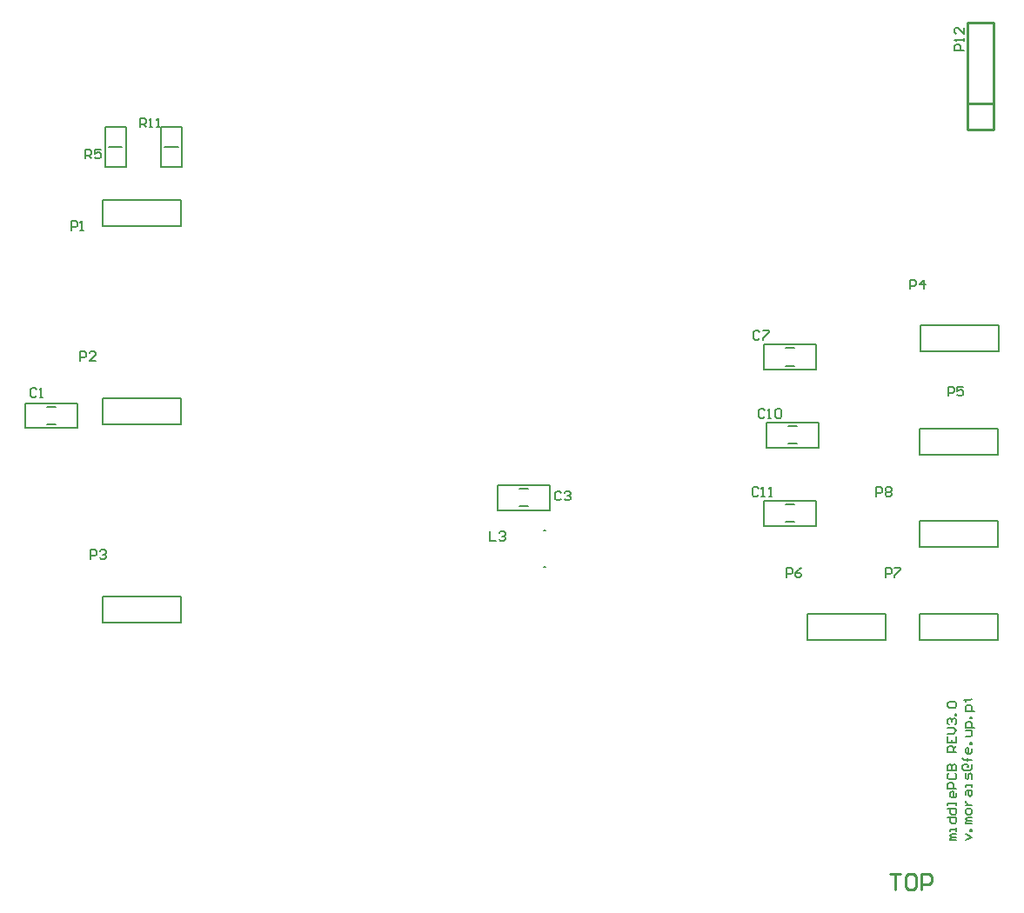
<source format=gbr>
G04 Layer_Color=65535*
%FSLAX25Y25*%
%MOIN*%
%TF.FileFunction,Legend,Top*%
%TF.Part,Single*%
G01*
G75*
%TA.AperFunction,NonConductor*%
%ADD51C,0.01000*%
%ADD52C,0.00787*%
%ADD53C,0.00500*%
%ADD55C,0.00700*%
D51*
X376600Y271300D02*
X381600D01*
X376600D02*
Y281300D01*
X386600D02*
Y312300D01*
X376600D02*
X386600D01*
X376600Y281300D02*
Y312300D01*
Y281300D02*
X386600D01*
Y271300D02*
Y281300D01*
X381600Y271300D02*
X386600D01*
X346973Y-14076D02*
X350972D01*
X348973D01*
Y-20074D01*
X355970Y-14076D02*
X353971D01*
X352971Y-15076D01*
Y-19074D01*
X353971Y-20074D01*
X355970D01*
X356970Y-19074D01*
Y-15076D01*
X355970Y-14076D01*
X358969Y-20074D02*
Y-14076D01*
X361968D01*
X362968Y-15076D01*
Y-17075D01*
X361968Y-18075D01*
X358969D01*
D52*
X24025Y158454D02*
X27175D01*
X24025Y165146D02*
X27175D01*
X205025Y126953D02*
X208175D01*
X205025Y133647D02*
X208175D01*
X307025Y187615D02*
X310175D01*
X307025Y180922D02*
X310175D01*
X308025Y157647D02*
X311175D01*
X308025Y150953D02*
X311175D01*
X307025Y127647D02*
X310175D01*
X307025Y120954D02*
X310175D01*
X214403Y103772D02*
X214797D01*
X214403Y117828D02*
X214797D01*
X75100Y234300D02*
Y244300D01*
X45100Y234300D02*
X75100D01*
X45100D02*
Y244300D01*
X75100D01*
Y158350D02*
Y168350D01*
X45100Y158350D02*
X75100D01*
X45100D02*
Y168350D01*
X75100D01*
Y82400D02*
Y92400D01*
X45100Y82400D02*
X75100D01*
X45100D02*
Y92400D01*
X75100D01*
X388700Y186300D02*
Y196300D01*
X358700Y186300D02*
X388700D01*
X358700D02*
Y196300D01*
X388700D01*
X358100Y146800D02*
Y156800D01*
X388100D01*
Y146800D02*
Y156800D01*
X358100Y146800D02*
X388100D01*
X345100Y75800D02*
Y85800D01*
X315100Y75800D02*
X345100D01*
X315100D02*
Y85800D01*
X345100D01*
X388100Y75800D02*
Y85800D01*
X358100Y75800D02*
X388100D01*
X358100D02*
Y85800D01*
X388100D01*
Y111341D02*
Y121341D01*
X358100Y111341D02*
X388100D01*
X358100D02*
Y121341D01*
X388100D01*
X47541Y264800D02*
X52659D01*
X69041D02*
X74159D01*
D53*
X15502Y157017D02*
Y166583D01*
X35698D01*
Y157017D02*
Y166583D01*
X15502Y157017D02*
X35698D01*
X196502Y125516D02*
Y135083D01*
X216698D01*
Y125516D02*
Y135083D01*
X196502Y125516D02*
X216698D01*
X318698Y179485D02*
Y189052D01*
X298502Y179485D02*
X318698D01*
X298502D02*
Y189052D01*
X318698D01*
X319698Y149516D02*
Y159083D01*
X299502Y149516D02*
X319698D01*
X299502D02*
Y159083D01*
X319698D01*
X318698Y119517D02*
Y129084D01*
X298502Y119517D02*
X318698D01*
X298502D02*
Y129084D01*
X318698D01*
X46104Y272536D02*
X54096D01*
X46104Y257064D02*
Y272536D01*
Y257064D02*
X54096D01*
Y272536D01*
X67604D02*
X75596D01*
X67604Y257064D02*
Y272536D01*
Y257064D02*
X75596D01*
Y272536D01*
D55*
X372355Y-1000D02*
X370023D01*
Y-417D01*
X370606Y166D01*
X372355D01*
X370606D01*
X370023Y749D01*
X370606Y1333D01*
X372355D01*
Y2499D02*
Y3665D01*
Y3082D01*
X370023D01*
Y2499D01*
X368856Y7747D02*
X372355D01*
Y5998D01*
X371772Y5415D01*
X370606D01*
X370023Y5998D01*
Y7747D01*
X368856Y11246D02*
X372355D01*
Y9497D01*
X371772Y8913D01*
X370606D01*
X370023Y9497D01*
Y11246D01*
X372355Y12412D02*
Y13579D01*
Y12995D01*
X368856D01*
Y12412D01*
X372355Y17077D02*
Y15911D01*
X371772Y15328D01*
X370606D01*
X370023Y15911D01*
Y17077D01*
X370606Y17661D01*
X371189D01*
Y15328D01*
X372355Y18827D02*
X368856D01*
Y20576D01*
X369439Y21159D01*
X370606D01*
X371189Y20576D01*
Y18827D01*
X369439Y24658D02*
X368856Y24075D01*
Y22909D01*
X369439Y22326D01*
X371772D01*
X372355Y22909D01*
Y24075D01*
X371772Y24658D01*
X368856Y25825D02*
X372355D01*
Y27574D01*
X371772Y28157D01*
X371189D01*
X370606Y27574D01*
Y25825D01*
Y27574D01*
X370023Y28157D01*
X369439D01*
X368856Y27574D01*
Y25825D01*
X372355Y32822D02*
X368856D01*
Y34572D01*
X369439Y35155D01*
X370606D01*
X371189Y34572D01*
Y32822D01*
Y33989D02*
X372355Y35155D01*
X368856Y38654D02*
Y36321D01*
X372355D01*
Y38654D01*
X370606Y36321D02*
Y37488D01*
X368856Y39820D02*
X371189D01*
X372355Y40986D01*
X371189Y42153D01*
X368856D01*
X369439Y43319D02*
X368856Y43902D01*
Y45068D01*
X369439Y45652D01*
X370023D01*
X370606Y45068D01*
Y44485D01*
Y45068D01*
X371189Y45652D01*
X371772D01*
X372355Y45068D01*
Y43902D01*
X371772Y43319D01*
X372355Y46818D02*
X371772D01*
Y47401D01*
X372355D01*
Y46818D01*
X369439Y49734D02*
X368856Y50317D01*
Y51483D01*
X369439Y52066D01*
X371772D01*
X372355Y51483D01*
Y50317D01*
X371772Y49734D01*
X369439D01*
X375901Y-1000D02*
X378234Y166D01*
X375901Y1333D01*
X378234Y2499D02*
X377651D01*
Y3082D01*
X378234D01*
Y2499D01*
Y5415D02*
X375901D01*
Y5998D01*
X376484Y6581D01*
X378234D01*
X376484D01*
X375901Y7164D01*
X376484Y7747D01*
X378234D01*
Y9497D02*
Y10663D01*
X377651Y11246D01*
X376484D01*
X375901Y10663D01*
Y9497D01*
X376484Y8913D01*
X377651D01*
X378234Y9497D01*
X375901Y12412D02*
X378234D01*
X377067D01*
X376484Y12995D01*
X375901Y13579D01*
Y14162D01*
Y16494D02*
Y17661D01*
X376484Y18244D01*
X378234D01*
Y16494D01*
X377651Y15911D01*
X377067Y16494D01*
Y18244D01*
X378234Y19410D02*
Y20576D01*
Y19993D01*
X375901D01*
Y19410D01*
X378234Y22326D02*
Y24075D01*
X377651Y24658D01*
X377067Y24075D01*
Y22909D01*
X376484Y22326D01*
X375901Y22909D01*
Y24658D01*
X377067Y27574D02*
X376484D01*
Y26991D01*
X377067D01*
Y27574D01*
X376484Y28157D01*
X375318D01*
X374735Y27574D01*
Y26408D01*
X375318Y25825D01*
X377651D01*
X378234Y26408D01*
Y28157D01*
Y29907D02*
X375318D01*
X376484D01*
Y29324D01*
Y30490D01*
Y29907D01*
X375318D01*
X374735Y30490D01*
X378234Y33989D02*
Y32822D01*
X377651Y32239D01*
X376484D01*
X375901Y32822D01*
Y33989D01*
X376484Y34572D01*
X377067D01*
Y32239D01*
X378234Y35738D02*
X377651D01*
Y36321D01*
X378234D01*
Y35738D01*
X375901Y38654D02*
X377651D01*
X378234Y39237D01*
Y40986D01*
X375901D01*
X379400Y42153D02*
X375901D01*
Y43902D01*
X376484Y44485D01*
X377651D01*
X378234Y43902D01*
Y42153D01*
Y45652D02*
X377651D01*
Y46235D01*
X378234D01*
Y45652D01*
X379400Y48567D02*
X375901D01*
Y50317D01*
X376484Y50900D01*
X377651D01*
X378234Y50317D01*
Y48567D01*
X375318Y52649D02*
X375901D01*
Y52066D01*
Y53233D01*
Y52649D01*
X377651D01*
X378234Y53233D01*
X375100Y301800D02*
X371601D01*
Y303549D01*
X372184Y304133D01*
X373351D01*
X373934Y303549D01*
Y301800D01*
X375100Y305299D02*
Y306465D01*
Y305882D01*
X371601D01*
X372184Y305299D01*
X375100Y310547D02*
Y308215D01*
X372767Y310547D01*
X372184D01*
X371601Y309964D01*
Y308798D01*
X372184Y308215D01*
X296433Y133716D02*
X295849Y134299D01*
X294683D01*
X294100Y133716D01*
Y131383D01*
X294683Y130800D01*
X295849D01*
X296433Y131383D01*
X297599Y130800D02*
X298765D01*
X298182D01*
Y134299D01*
X297599Y133716D01*
X300515Y130800D02*
X301681D01*
X301098D01*
Y134299D01*
X300515Y133716D01*
X298933Y163716D02*
X298349Y164299D01*
X297183D01*
X296600Y163716D01*
Y161383D01*
X297183Y160800D01*
X298349D01*
X298933Y161383D01*
X300099Y160800D02*
X301265D01*
X300682D01*
Y164299D01*
X300099Y163716D01*
X303015D02*
X303598Y164299D01*
X304764D01*
X305347Y163716D01*
Y161383D01*
X304764Y160800D01*
X303598D01*
X303015Y161383D01*
Y163716D01*
X296933Y193716D02*
X296349Y194299D01*
X295183D01*
X294600Y193716D01*
Y191383D01*
X295183Y190800D01*
X296349D01*
X296933Y191383D01*
X298099Y194299D02*
X300431D01*
Y193716D01*
X298099Y191383D01*
Y190800D01*
X193600Y117299D02*
Y113800D01*
X195933D01*
X197099Y116716D02*
X197682Y117299D01*
X198848D01*
X199431Y116716D01*
Y116133D01*
X198848Y115549D01*
X198265D01*
X198848D01*
X199431Y114966D01*
Y114383D01*
X198848Y113800D01*
X197682D01*
X197099Y114383D01*
X220933Y132216D02*
X220349Y132799D01*
X219183D01*
X218600Y132216D01*
Y129883D01*
X219183Y129300D01*
X220349D01*
X220933Y129883D01*
X222099Y132216D02*
X222682Y132799D01*
X223848D01*
X224431Y132216D01*
Y131633D01*
X223848Y131049D01*
X223265D01*
X223848D01*
X224431Y130466D01*
Y129883D01*
X223848Y129300D01*
X222682D01*
X222099Y129883D01*
X354600Y210300D02*
Y213799D01*
X356349D01*
X356933Y213216D01*
Y212049D01*
X356349Y211466D01*
X354600D01*
X359848Y210300D02*
Y213799D01*
X358099Y212049D01*
X360431D01*
X40600Y106800D02*
Y110299D01*
X42349D01*
X42933Y109716D01*
Y108549D01*
X42349Y107966D01*
X40600D01*
X44099Y109716D02*
X44682Y110299D01*
X45848D01*
X46431Y109716D01*
Y109133D01*
X45848Y108549D01*
X45265D01*
X45848D01*
X46431Y107966D01*
Y107383D01*
X45848Y106800D01*
X44682D01*
X44099Y107383D01*
X36600Y182800D02*
Y186299D01*
X38349D01*
X38933Y185716D01*
Y184549D01*
X38349Y183966D01*
X36600D01*
X42432Y182800D02*
X40099D01*
X42432Y185133D01*
Y185716D01*
X41848Y186299D01*
X40682D01*
X40099Y185716D01*
X33100Y232800D02*
Y236299D01*
X34849D01*
X35433Y235716D01*
Y234549D01*
X34849Y233966D01*
X33100D01*
X36599Y232800D02*
X37765D01*
X37182D01*
Y236299D01*
X36599Y235716D01*
X369100Y169300D02*
Y172799D01*
X370849D01*
X371433Y172216D01*
Y171049D01*
X370849Y170466D01*
X369100D01*
X374931Y172799D02*
X372599D01*
Y171049D01*
X373765Y171633D01*
X374348D01*
X374931Y171049D01*
Y169883D01*
X374348Y169300D01*
X373182D01*
X372599Y169883D01*
X345100Y99800D02*
Y103299D01*
X346849D01*
X347433Y102716D01*
Y101549D01*
X346849Y100966D01*
X345100D01*
X348599Y103299D02*
X350931D01*
Y102716D01*
X348599Y100383D01*
Y99800D01*
X341600Y130800D02*
Y134299D01*
X343349D01*
X343933Y133716D01*
Y132549D01*
X343349Y131966D01*
X341600D01*
X345099Y133716D02*
X345682Y134299D01*
X346848D01*
X347431Y133716D01*
Y133133D01*
X346848Y132549D01*
X347431Y131966D01*
Y131383D01*
X346848Y130800D01*
X345682D01*
X345099Y131383D01*
Y131966D01*
X345682Y132549D01*
X345099Y133133D01*
Y133716D01*
X345682Y132549D02*
X346848D01*
X307100Y99800D02*
Y103299D01*
X308849D01*
X309433Y102716D01*
Y101549D01*
X308849Y100966D01*
X307100D01*
X312931Y103299D02*
X311765Y102716D01*
X310599Y101549D01*
Y100383D01*
X311182Y99800D01*
X312348D01*
X312931Y100383D01*
Y100966D01*
X312348Y101549D01*
X310599D01*
X19932Y171767D02*
X19349Y172350D01*
X18183D01*
X17600Y171767D01*
Y169434D01*
X18183Y168851D01*
X19349D01*
X19932Y169434D01*
X21099Y168851D02*
X22265D01*
X21682D01*
Y172350D01*
X21099Y171767D01*
X38600Y260300D02*
Y263799D01*
X40349D01*
X40933Y263216D01*
Y262049D01*
X40349Y261466D01*
X38600D01*
X39766D02*
X40933Y260300D01*
X44431Y263799D02*
X42099D01*
Y262049D01*
X43265Y262633D01*
X43848D01*
X44431Y262049D01*
Y260883D01*
X43848Y260300D01*
X42682D01*
X42099Y260883D01*
X59600Y272300D02*
Y275799D01*
X61349D01*
X61933Y275216D01*
Y274049D01*
X61349Y273466D01*
X59600D01*
X60766D02*
X61933Y272300D01*
X63099D02*
X64265D01*
X63682D01*
Y275799D01*
X63099Y275216D01*
X66015Y272300D02*
X67181D01*
X66598D01*
Y275799D01*
X66015Y275216D01*
%TF.MD5,e4f261749b80aa79a5b404675d62c6ec*%
M02*

</source>
